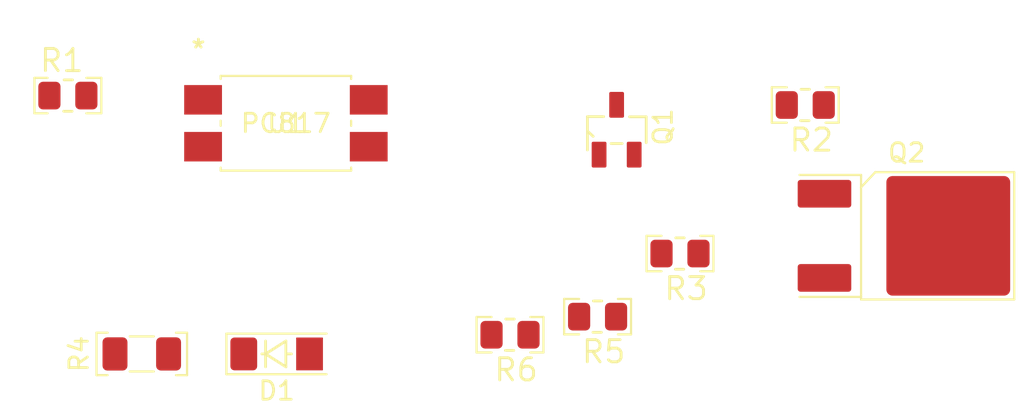
<source format=kicad_pcb>
(kicad_pcb (version 20211014) (generator pcbnew)
  (layers (0 "F.Cu" signal) (31 "B.Cu" signal) (34 "B.Paste" user) (35 "F.Paste" user) (36 "B.SilkS" user "B.Silkscreen") (37 "F.SilkS" user "F.Silkscreen") (38 "B.Mask" user) (39 "F.Mask" user) (44 "Edge.Cuts" user))
  (net 0 "")
  (net 1 "/test_point_gate")
  (net 2 "Net-(D1-Pad2)")
  (net 3 "/test_point_base")
  (net 4 "Net-(Q1-PadC)")
  (net 5 "GND")
  (net 6 "/test_point_load_power")
  (net 7 "Net-(J1-Pad2)")
  (net 8 "Net-(R1-Pad1)")
  (net 9 "/heater_en1")
  (net 10 "Net-(R2-Pad2)")
  (net 11 "GNDD")
  (footprint "myFootPrintLibs:R_C_0805_2012Metric_Pad1.20x1.50mm_HandSolder" (layer "F.Cu") (at 121.83 72.56)
    (fp_text reference "R3" (at 0.33 1.9) (layer "F.SilkS") (effects (font (size 1.2 1.2) (thickness 0.155))))
    (fp_text value "20k")
    (fp_line (start 1.81 -0.96) (end 1.1 -0.96) (layer "F.SilkS") (width 0.12))
    (fp_line (start -1 -0.96) (end -1.81 -0.96) (layer "F.SilkS") (width 0.12))
    (fp_line (start -1.81 -0.96) (end -1.81 0.96) (layer "F.SilkS") (width 0.12))
    (fp_line (start 1.81 -0.96) (end 1.81 0.96) (layer "F.SilkS") (width 0.12))
    (fp_line (start -0.227064 -0.85) (end 0.227064 -0.85) (layer "F.SilkS") (width 0.15))
    (fp_line (start -0.25 0.85) (end 0.204128 0.85) (layer "F.SilkS") (width 0.15))
    (fp_line (start 1.81 0.96) (end 1.1 0.96) (layer "F.SilkS") (width 0.12))
    (fp_line (start -1.81 0.96) (end -1 0.96) (layer "F.SilkS") (width 0.12))
    (pad "1" smd roundrect (at -1 0) (size 1.2 1.5) (layers "F.Cu" "F.Paste" "F.Mask") (roundrect_rratio 0.208) (net 3 "/test_point_base"))
    (pad "2" smd roundrect (at 1 0) (size 1.2 1.5) (layers "F.Cu" "F.Paste" "F.Mask") (roundrect_rratio 0.208) (net 5 "GND"))
  )
  (footprint "myFootPrintLibs:R_C_0805_2012Metric_Pad1.20x1.50mm_HandSolder" (layer "F.Cu") (at 88.7 64 180)
    (fp_text reference "R1" (at 0.33 1.9) (layer "F.SilkS") (effects (font (size 1.2 1.2) (thickness 0.155))))
    (fp_text value "510")
    (fp_line (start -1.81 0.96) (end -1 0.96) (layer "F.SilkS") (width 0.12))
    (fp_line (start -1.81 -0.96) (end -1.81 0.96) (layer "F.SilkS") (width 0.12))
    (fp_line (start 1.81 -0.96) (end 1.1 -0.96) (layer "F.SilkS") (width 0.12))
    (fp_line (start -0.227064 -0.85) (end 0.227064 -0.85) (layer "F.SilkS") (width 0.15))
    (fp_line (start -0.25 0.85) (end 0.204128 0.85) (layer "F.SilkS") (width 0.15))
    (fp_line (start 1.81 0.96) (end 1.1 0.96) (layer "F.SilkS") (width 0.12))
    (fp_line (start -1 -0.96) (end -1.81 -0.96) (layer "F.SilkS") (width 0.12))
    (fp_line (start 1.81 -0.96) (end 1.81 0.96) (layer "F.SilkS") (width 0.12))
    (pad "1" smd roundrect (at -1 0 180) (size 1.2 1.5) (layers "F.Cu" "F.Paste" "F.Mask") (roundrect_rratio 0.208) (net 8 "Net-(R1-Pad1)"))
    (pad "2" smd roundrect (at 1 0 180) (size 1.2 1.5) (layers "F.Cu" "F.Paste" "F.Mask") (roundrect_rratio 0.208) (net 9 "/heater_en1"))
  )
  (footprint "myFootPrintLibs:D_MiniMELF_Handsoldering_Zener" (layer "F.Cu") (at 100 78)
    (fp_text reference "D1" (at 0 2) (layer "F.SilkS"))
    (fp_text value "zener 5.1V")
    (fp_line (start 0.5 0) (end 0.8 0) (layer "F.SilkS") (width 0.15))
    (fp_line (start 2.7 -1.1) (end -2.72 -1.1) (layer "F.SilkS") (width 0.12))
    (fp_line (start 0.5 -0.7) (end 0.5 0.7) (layer "F.SilkS") (width 0.15))
    (fp_line (start -2.72 -1.1) (end -2.72 1.1) (layer "F.SilkS") (width 0.12))
    (fp_line (start -0.6 0) (end -0.8 0) (layer "F.SilkS") (width 0.15))
    (fp_line (start 0.5 0.7) (end -0.6 0) (layer "F.SilkS") (width 0.15))
    (fp_line (start -0.6 -0.7) (end -0.6 0.7) (layer "F.SilkS") (width 0.15))
    (fp_line (start -0.6 0) (end 0.5 -0.7) (layer "F.SilkS") (width 0.15))
    (fp_line (start -2.72 1.1) (end 2.7 1.1) (layer "F.SilkS") (width 0.12))
    (pad "1" smd roundrect (at -1.78 0) (size 1.45 1.78) (layers "F.Cu" "F.Paste" "F.Mask") (roundrect_rratio 0.15) (net 1 "/test_point_gate"))
    (pad "2" smd roundrect (at 1.78 0) (size 1.45 1.78) (layers "F.Cu" "F.Paste" "F.Mask") (roundrect_rratio 0.02) (net 2 "Net-(D1-Pad2)"))
  )
  (footprint "myFootPrintLibs:R_C_1206_3216Metric_Pad1.33x1.80mm_HandSolder" (layer "F.Cu") (at 92.7 78 180)
    (fp_text reference "R4" (at 3.4 0 90) (layer "F.SilkS"))
    (fp_text value "1.5k")
    (fp_line (start -0.65 0.95) (end 0.65 0.95) (layer "F.SilkS") (width 0.12))
    (fp_line (start 2.45 1.15) (end 2.45 -1.15) (layer "F.SilkS") (width 0.12))
    (fp_line (start -1.85 -1.15) (end -2.45 -1.15) (layer "F.SilkS") (width 0.12))
    (fp_line (start -2.45 1.15) (end -1.85 1.15) (layer "F.SilkS") (width 0.12))
    (fp_line (start 2.45 -1.15) (end 1.85 -1.15) (layer "F.SilkS") (width 0.12))
    (fp_line (start -2.45 -1.15) (end -2.45 1.15) (layer "F.SilkS") (width 0.12))
    (fp_line (start -0.65 -0.95) (end 0.65 -0.95) (layer "F.SilkS") (width 0.12))
    (fp_line (start 1.85 1.15) (end 2.45 1.15) (layer "F.SilkS") (width 0.12))
    (pad "1" smd roundrect (at -1.45 0 180) (size 1.35 1.8) (layers "F.Cu" "F.Paste" "F.Mask") (roundrect_rratio 0.189) (net 1 "/test_point_gate"))
    (pad "2" smd roundrect (at 1.45 0 180) (size 1.35 1.8) (layers "F.Cu" "F.Paste" "F.Mask") (roundrect_rratio 0.189) (net 7 "Net-(J1-Pad2)"))
  )
  (footprint "myFootPrintLibs:R_C_0805_2012Metric_Pad1.20x1.50mm_HandSolder" (layer "F.Cu") (at 112.63 76.96)
    (fp_text reference "R6" (at 0.33 1.9) (layer "F.SilkS") (effects (font (size 1.2 1.2) (thickness 0.155))))
    (fp_text value "10k")
    (fp_line (start -1 -0.96) (end -1.81 -0.96) (layer "F.SilkS") (width 0.12))
    (fp_line (start 1.81 0.96) (end 1.1 0.96) (layer "F.SilkS") (width 0.12))
    (fp_line (start -0.25 0.85) (end 0.204128 0.85) (layer "F.SilkS") (width 0.15))
    (fp_line (start 1.81 -0.96) (end 1.81 0.96) (layer "F.SilkS") (width 0.12))
    (fp_line (start -0.227064 -0.85) (end 0.227064 -0.85) (layer "F.SilkS") (width 0.15))
    (fp_line (start -1.81 -0.96) (end -1.81 0.96) (layer "F.SilkS") (width 0.12))
    (fp_line (start -1.81 0.96) (end -1 0.96) (layer "F.SilkS") (width 0.12))
    (fp_line (start 1.81 -0.96) (end 1.1 -0.96) (layer "F.SilkS") (width 0.12))
    (pad "1" smd roundrect (at -1 0) (size 1.2 1.5) (layers "F.Cu" "F.Paste" "F.Mask") (roundrect_rratio 0.208) (net 5 "GND"))
    (pad "2" smd roundrect (at 1 0) (size 1.2 1.5) (layers "F.Cu" "F.Paste" "F.Mask") (roundrect_rratio 0.208) (net 6 "/test_point_load_power"))
  )
  (footprint "myFootPrintLibs:SOT-23_PNP_NPN" (layer "F.Cu") (at 118.4 65.9 90)
    (fp_text reference "Q1" (at 0.2 2.51 90) (layer "F.SilkS"))
    (fp_text value "S9013")
    (fp_line (start -0.7 -0.3) (end -0.7 0.3) (layer "F.SilkS") (width 0.15))
    (fp_line (start 0.76 -1.58) (end 0.76 -0.7) (layer "F.SilkS") (width 0.15))
    (fp_line (start 0.76 -1.58) (end -1.05 -1.58) (layer "F.SilkS") (width 0.15))
    (fp_line (start -0.31 -1.27) (end -0.05 -1.55) (layer "F.SilkS") (width 0.15))
    (fp_line (start 0.75 1.6) (end -0.65 1.6) (layer "F.SilkS") (width 0.15))
    (fp_line (start 0.75 1.6) (end 0.75 0.7) (layer "F.SilkS") (width 0.15))
    (pad "B" smd roundrect (at -1.3 -0.95 90) (size 1.4 0.8) (layers "F.Cu" "F.Paste" "F.Mask") (roundrect_rratio 0.1) (net 3 "/test_point_base"))
    (pad "C" smd roundrect (at 1.4 0 90) (size 1.4 0.8) (layers "F.Cu" "F.Paste" "F.Mask") (roundrect_rratio 0.1) (net 4 "Net-(Q1-PadC)"))
    (pad "E" smd roundrect (at -1.3 0.95 90) (size 1.4 0.8) (layers "F.Cu" "F.Paste" "F.Mask") (roundrect_rratio 0.1) (net 5 "GND"))
  )
  (footprint "myFootPrintLibs:TO-252-2" (layer "F.Cu") (at 134.1 71.6)
    (fp_text reference "Q2" (at 0 -4.5) (layer "F.SilkS"))
    (fp_text value "AOD403_pmosfet")
    (fp_line (start -2.47 -3.3) (end -2.47 -3.18) (layer "F.SilkS") (width 0.12))
    (fp_line (start 5.82 -3.45) (end 5.82 3.45) (layer "F.SilkS") (width 0.12))
    (fp_line (start -1.7 -3.45) (end -2.475 -2.625) (layer "F.SilkS") (width 0.12))
    (fp_line (start 5.82 -3.45) (end -1.7 -3.45) (layer "F.SilkS") (width 0.12))
    (fp_line (start -2.47 -3.3) (end -5.8 -3.3) (layer "F.SilkS") (width 0.12))
    (fp_line (start -2.47 3.31) (end -5.8 3.31) (layer "F.SilkS") (width 0.12))
    (fp_line (start -2.47 3.45) (end -2.47 3.18) (layer "F.SilkS") (width 0.12))
    (fp_line (start 5.82 3.45) (end -2.47 3.45) (layer "F.SilkS") (width 0.12))
    (fp_line (start -2.47 -3.18) (end -2.47 3.18) (layer "F.SilkS") (width 0.12))
    (pad "D" smd roundrect (at 2.25 0) (size 6.7 6.48) (layers "F.Cu" "F.Mask") (roundrect_rratio 0.05) (net 6 "/test_point_load_power"))
    (pad "G" smd roundrect (at -4.45 -2.28) (size 2.9 1.5) (layers "F.Cu" "F.Paste" "F.Mask") (roundrect_rratio 0.1) (net 1 "/test_point_gate"))
    (pad "S" smd roundrect (at -4.45 2.28) (size 2.9 1.5) (layers "F.Cu" "F.Paste" "F.Mask") (roundrect_rratio 0.1) (net 7 "Net-(J1-Pad2)"))
  )
  (footprint "myFootPrintLibs:R_C_0805_2012Metric_Pad1.20x1.50mm_HandSolder" (layer "F.Cu") (at 117.37 75.98)
    (fp_text reference "R5" (at 0.33 1.9) (layer "F.SilkS") (effects (font (size 1.2 1.2) (thickness 0.155))))
    (fp_text value "800")
    (fp_line (start -0.25 0.85) (end 0.204128 0.85) (layer "F.SilkS") (width 0.15))
    (fp_line (start -0.227064 -0.85) (end 0.227064 -0.85) (layer "F.SilkS") (width 0.15))
    (fp_line (start -1.81 -0.96) (end -1.81 0.96) (layer "F.SilkS") (width 0.12))
    (fp_line (start 1.81 -0.96) (end 1.81 0.96) (layer "F.SilkS") (width 0.12))
    (fp_line (start -1.81 0.96) (end -1 0.96) (layer "F.SilkS") (width 0.12))
    (fp_line (start 1.81 -0.96) (end 1.1 -0.96) (layer "F.SilkS") (width 0.12))
    (fp_line (start -1 -0.96) (end -1.81 -0.96) (layer "F.SilkS") (width 0.12))
    (fp_line (start 1.81 0.96) (end 1.1 0.96) (layer "F.SilkS") (width 0.12))
    (pad "1" smd roundrect (at -1 0) (size 1.2 1.5) (layers "F.Cu" "F.Paste" "F.Mask") (roundrect_rratio 0.208) (net 4 "Net-(Q1-PadC)"))
    (pad "2" smd roundrect (at 1 0) (size 1.2 1.5) (layers "F.Cu" "F.Paste" "F.Mask") (roundrect_rratio 0.208) (net 2 "Net-(D1-Pad2)"))
  )
  (footprint "ultralib:EL817S1CTU-F" (layer "F.Cu") (at 100.5 65.5)
    (fp_text reference "U1" (at 0 0) (layer "F.SilkS"))
    (fp_text value "PC817" (at 0 0) (layer "F.SilkS"))
    (fp_text user "*" (at -4.7371 -4.0124) (layer "F.SilkS"))
    (fp_text user "*" (at -4.7371 -4.0124) (layer "F.SilkS"))
    (fp_line (start -3.5306 2.5654) (end 3.5306 2.5654) (layer "F.SilkS") (width 0.12))
    (fp_line (start -3.5306 -2.5654) (end -3.5306 -2.40244) (layer "F.SilkS") (width 0.12))
    (fp_line (start -3.5306 -0.13756) (end -3.5306 0.13756) (layer "F.SilkS") (width 0.12))
    (fp_line (start 3.5306 2.5654) (end 3.5306 2.40244) (layer "F.SilkS") (width 0.12))
    (fp_line (start 3.5306 -2.5654) (end -3.5306 -2.5654) (layer "F.SilkS") (width 0.12))
    (fp_line (start 3.5306 -2.40244) (end 3.5306 -2.5654) (layer "F.SilkS") (width 0.12))
    (fp_line (start 3.5306 0.13756) (end 3.5306 -0.13756) (layer "F.SilkS") (width 0.12))
    (fp_line (start -3.5306 2.40244) (end -3.5306 2.5654) (layer "F.SilkS") (width 0.12))
    (pad "1" smd rect locked (at -4.4831 -1.27) (size 2.046199 1.5994) (layers "F.Cu" "F.Paste" "F.Mask") (net 8 "Net-(R1-Pad1)"))
    (pad "2" smd rect locked (at -4.4831 1.27) (size 2.046199 1.5994) (layers "F.Cu" "F.Paste" "F.Mask") (net 11 "GNDD"))
    (pad "3" smd rect locked (at 4.4831 1.27) (size 2.046199 1.5994) (layers "F.Cu" "F.Paste" "F.Mask") (net 3 "/test_point_base"))
    (pad "4" smd rect locked (at 4.4831 -1.27) (size 2.046199 1.5994) (layers "F.Cu" "F.Paste" "F.Mask") (net 10 "Net-(R2-Pad2)"))
  )
  (footprint "myFootPrintLibs:R_C_0805_2012Metric_Pad1.20x1.50mm_HandSolder" (layer "F.Cu") (at 128.61 64.51)
    (fp_text reference "R2" (at 0.33 1.9) (layer "F.SilkS") (effects (font (size 1.2 1.2) (thickness 0.155))))
    (fp_text value "1.5k")
    (fp_line (start -0.227064 -0.85) (end 0.227064 -0.85) (layer "F.SilkS") (width 0.15))
    (fp_line (start 1.81 -0.96) (end 1.1 -0.96) (layer "F.SilkS") (width 0.12))
    (fp_line (start -1.81 -0.96) (end -1.81 0.96) (layer "F.SilkS") (width 0.12))
    (fp_line (start 1.81 0.96) (end 1.1 0.96) (layer "F.SilkS") (width 0.12))
    (fp_line (start 1.81 -0.96) (end 1.81 0.96) (layer "F.SilkS") (width 0.12))
    (fp_line (start -1 -0.96) (end -1.81 -0.96) (layer "F.SilkS") (width 0.12))
    (fp_line (start -1.81 0.96) (end -1 0.96) (layer "F.SilkS") (width 0.12))
    (fp_line (start -0.25 0.85) (end 0.204128 0.85) (layer "F.SilkS") (width 0.15))
    (pad "1" smd roundrect (at -1 0) (size 1.2 1.5) (layers "F.Cu" "F.Paste" "F.Mask") (roundrect_rratio 0.208) (net 1 "/test_point_gate"))
    (pad "2" smd roundrect (at 1 0) (size 1.2 1.5) (layers "F.Cu" "F.Paste" "F.Mask") (roundrect_rratio 0.208) (net 10 "Net-(R2-Pad2)"))
  )
)
</source>
